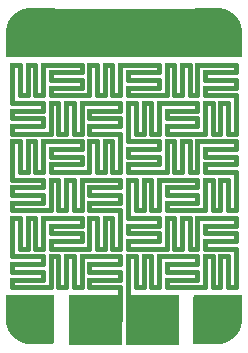
<source format=gtl>
%FSTAX44Y44*%
%MOMM*%
%SFA1B1*%

%IPPOS*%
%ADD13R,3.999992X4.199992*%
%ADD14C,4.119992*%
%ADD15C,0.449999*%
%ADD16R,12.789174X4.132092*%
%ADD17R,1.306497X4.199992*%
%ADD18R,0.721299X4.132092*%
%ADD19R,4.132092X0.721299*%
%ADD20R,0.449999X0.449999*%
%ADD21R,0.449999X0.449999*%
%ADD22R,0.449999X0.449999*%
%ADD23R,0.449899X2.010296*%
%ADD24R,1.306497X4.210292*%
%LNpcb1-1*%
%LPD*%
G36*
X00885859Y00281684D02*
X00886663Y00280611D01*
Y00276111*
X0088671Y00275877*
Y00274345*
X00886663Y00274111*
Y00269611*
X00886862Y00268611*
X00886663Y00267611*
Y00263111*
X0088671Y00262877*
Y00261345*
X00886663Y00261112*
Y00256611*
X00886862Y00255611*
X00886663Y00254611*
Y00250111*
X0088671Y00249877*
Y00248345*
X00886663Y00248111*
Y00243611*
X00887052Y0024166*
X0088707Y00241633*
X00886391Y00240363*
X00865109*
X00861117Y00241157*
X00857357Y00242715*
X00853973Y00244976*
X00851095Y00247854*
X00848834Y00251238*
X00847277Y00254998*
X00846482Y0025899*
Y00281684*
X00885859*
G37*
G36*
X01005164Y00279739D02*
X01006237Y00280543D01*
X01010737*
X01010972Y0028059*
X01012503*
X01012737Y00280543*
X01017237*
X01018237Y00280742*
X01019237Y00280543*
X01023737*
X01023972Y0028059*
X01025503*
X01025737Y00280543*
X01030237*
X01031237Y00280742*
X01032237Y00280543*
X01036737*
X01036972Y0028059*
X01038503*
X01038737Y00280543*
X01043237*
X01045188Y00280931*
X01045215Y00280949*
X01046485Y0028027*
Y00258989*
X01045691Y00254997*
X01044134Y00251237*
X01041873Y00247853*
X01038995Y00244975*
X01035611Y00242714*
X0103185Y00241156*
X01027859Y00240362*
X01005164*
Y00279739*
G37*
G36*
X00887801Y00484951D02*
X00886728Y00484147D01*
X00882228*
X00881994Y004841*
X00880462*
X00880228Y00484147*
X00875728*
X00874728Y00483948*
X00873728Y00484147*
X00869228*
X00868994Y004841*
X00867462*
X00867228Y00484147*
X00862728*
X00861728Y00483948*
X00860728Y00484147*
X00856228*
X00855994Y004841*
X00854462*
X00854228Y00484147*
X00849728*
X00847777Y00483759*
X0084775Y00483741*
X0084648Y0048442*
Y00505701*
X00847274Y00509693*
X00848832Y00513453*
X00851093Y00516837*
X00853971Y00519715*
X00857355Y00521977*
X00861115Y00523534*
X00865107Y00524328*
X00887801*
Y00484951*
G37*
G36*
X01007108Y00483007D02*
X01006303Y0048408D01*
Y0048858*
X01006257Y00488814*
Y00490347*
X01006303Y0049058*
Y0049508*
X01006104Y0049608*
X01006303Y0049708*
Y0050158*
X01006257Y00501814*
Y00503346*
X01006303Y0050358*
Y0050808*
X01006104Y0050908*
X01006303Y0051008*
Y0051458*
X01006257Y00514814*
Y00516346*
X01006303Y0051658*
Y00521081*
X01005915Y00523031*
X01005897Y00523058*
X01006576Y00524328*
X01027858*
X01031849Y00523534*
X0103561Y00521976*
X01038994Y00519715*
X01041872Y00516837*
X01044133Y00513453*
X0104569Y00509693*
X01046484Y00505701*
Y00483007*
X01007108*
G37*
G54D13*
X00919463Y00260685D03*
X00973503D03*
G54D14*
X00867144Y00261025D03*
X01025824Y00261024D03*
X01025823Y00503666D03*
X00867142D03*
G54D15*
X01040983Y00288288D02*
Y00314288D01*
X01034483Y00288288D02*
X01040983D01*
X01034483D02*
Y00314288D01*
X01040983D02*
Y00320788D01*
X01027983Y00288288D02*
Y00314288D01*
X01021483Y00288288D02*
Y00314288D01*
X01014984Y00288288D02*
Y00314288D01*
X01021483Y00288288D02*
X01027983D01*
Y00314288D02*
X01034483D01*
X01014984D02*
X01021483D01*
X01014984Y00320788D02*
X01040983D01*
X01014984Y00327288D02*
X01040983D01*
X00975983Y00314288D02*
X00982483D01*
X00975983Y00288288D02*
Y00314288D01*
X01008483Y00294788D02*
Y00301288D01*
Y00288288D02*
X01014984D01*
X00962983Y00314288D02*
X00969483D01*
X00949983Y00307788D02*
Y00314288D01*
X00956483Y00288288D02*
Y00314288D01*
X00962983Y00288288D02*
Y00314288D01*
X00969483Y00288288D02*
Y00314288D01*
X00949983Y00288288D02*
Y00314288D01*
X00956483*
Y00288288D02*
X00962983D01*
X00949983Y00294788D02*
Y00301288D01*
X01008483Y00307788D02*
Y00314288D01*
X00982483Y00294788D02*
X01008483D01*
X00982483Y00301288D02*
X01008483D01*
X00982483Y00307788D02*
X01008483D01*
X00982483Y00288288D02*
X01008483D01*
X00982483Y00314288D02*
X01008483D01*
X00982483Y00301288D02*
Y00307788D01*
Y00288288D02*
Y00294788D01*
X00916983Y00288288D02*
X00942983D01*
Y00260288D02*
Y00288288D01*
Y00281788D02*
Y00288288D01*
X00916983D02*
Y00294788D01*
X01014984Y00320788D02*
Y00327288D01*
X01001983Y00320788D02*
X01008483D01*
X00988983D02*
X00995483D01*
X00949983Y00327288D02*
X00975983D01*
X00949983Y00320788D02*
X00975983D01*
X00949983D02*
Y00327288D01*
X00975983Y00320788D02*
X00982483D01*
X00851983Y00314288D02*
Y00320788D01*
Y00288288D02*
X00877983D01*
X00851983D02*
Y00294788D01*
X00877983*
Y00301288*
X00884483Y00288288D02*
Y00314288D01*
X00890983Y00288288D02*
X00897483D01*
X00890983D02*
Y00314288D01*
X00897483Y00288288D02*
Y00314288D01*
X00884483D02*
X00890983D01*
X00851983D02*
X00877983D01*
X00851983Y00301288D02*
Y00307788D01*
X00877983*
X00851983Y00301288D02*
X00877983D01*
Y00307788D02*
Y00314288D01*
X00910483Y00288288D02*
Y00314288D01*
X00903983Y00288288D02*
X00910483D01*
X00903983D02*
Y00314288D01*
X00897483D02*
X00903983D01*
X00877983Y00288288D02*
X00884483D01*
X00910483Y00314288D02*
X00916983D01*
Y00307788D02*
X00942983D01*
X00916983Y00314288D02*
X00942983D01*
X00916983Y00294788D02*
X00942983D01*
X00916983Y00301288D02*
X00942983D01*
X00916983D02*
Y00307788D01*
X00942983Y00294788D02*
Y00301288D01*
Y00307788D02*
Y00314288D01*
X00851983Y00346788D02*
X00858483D01*
X00877983D02*
X00884483D01*
X00864983D02*
X00871483D01*
X00942983Y00320788D02*
Y00346788D01*
X00936483Y00320788D02*
X00942983D01*
X00936483D02*
Y00346788D01*
X00929983D02*
X00936483D01*
X00942983Y00320788D02*
Y00327288D01*
Y00333788D02*
Y00340288D01*
X00910483Y00327288D02*
Y00333788D01*
Y00320788D02*
X00916983D01*
X00910483Y00340288D02*
Y00346788D01*
X00916983Y00320788D02*
Y00346788D01*
X00923483*
Y00320788D02*
X00929983D01*
X00923483D02*
Y00346788D01*
X00929983Y00320788D02*
Y00346788D01*
X00884483Y00320788D02*
Y00327288D01*
Y00346788D02*
X00910483D01*
X00884483Y00327288D02*
X00910483D01*
X00884483Y00333788D02*
X00910483D01*
X00884483Y00340288D02*
X00910483D01*
X00884483Y00333788D02*
Y00340288D01*
Y00320788D02*
X00910483D01*
X00871483D02*
X00877983D01*
Y00346788*
X00851983Y00320788D02*
Y00346788D01*
X00871483Y00320788D02*
Y00346788D01*
X00864983Y00320788D02*
Y00346788D01*
X00858483Y00320788D02*
Y00346788D01*
Y00320788D02*
X00864983D01*
X01040983Y00392288D02*
Y00398788D01*
X01027983Y00353288D02*
Y00379288D01*
X01034483Y00353288D02*
Y00379288D01*
X01014984Y00411788D02*
X01040983D01*
X01014984Y00398788D02*
X01040983D01*
X01014984Y00405288D02*
X01040983D01*
X01014984Y00398788D02*
Y00405288D01*
X01040983D02*
Y00411788D01*
Y00340288D02*
Y00346788D01*
Y00327288D02*
Y00333788D01*
X01014984Y00346788D02*
X01040983D01*
X01014984Y00340288D02*
X01040983D01*
X01014984Y00333788D02*
X01040983D01*
Y00379288D02*
Y00385788D01*
X01014984Y00392288D02*
X01040983D01*
X01014984Y00385788D02*
X01040983D01*
X01014984D02*
Y00392288D01*
X01014984Y00379288D02*
X01021483D01*
X01027983D02*
X01034483D01*
X01008483Y00411788D02*
X01014984D01*
X01008483Y00385788D02*
Y00411788D01*
X01001983Y00385788D02*
Y00411788D01*
X00995483D02*
X01001983D01*
X00975983Y00405288D02*
Y00411788D01*
X00949983D02*
X00975983D01*
X00949983Y00405288D02*
X00975983D01*
X00949983Y00398788D02*
X00975983D01*
X00949983Y00392288D02*
X00975983D01*
Y00398788*
X00942983Y00346788D02*
Y00353288D01*
X00969483D02*
Y00379288D01*
X00962983Y00353288D02*
Y00379288D01*
X00956483Y00353288D02*
Y00379288D01*
X00975983Y00353288D02*
Y00379288D01*
X00949983Y00353288D02*
Y00379288D01*
X00969483Y00353288D02*
X00975983D01*
X00956483D02*
X00962983D01*
X00949983Y00372788D02*
Y00379288D01*
Y00359788D02*
Y00366288D01*
X00982483Y00385788D02*
Y00411788D01*
X00988983Y00385788D02*
Y00411788D01*
X00995483Y00385788D02*
Y00411788D01*
X00982483D02*
X00988983D01*
X00949983Y00346788D02*
Y00353288D01*
X00982483D02*
X01008483D01*
X00975983Y00385788D02*
X00982483D01*
X00988983D02*
X00995483D01*
X01001983D02*
X01008483D01*
X00975983Y00379288D02*
X00982483D01*
X01008483*
X00949983Y00398788D02*
Y00405288D01*
Y00385788D02*
Y00392288D01*
X00942983Y00385788D02*
Y00392288D01*
Y00385788D02*
Y00411788D01*
Y00398788D02*
Y00405288D01*
X00916983Y00366288D02*
Y00372788D01*
X00910483Y00353288D02*
Y00379288D01*
X00903983Y00353288D02*
Y00379288D01*
Y00353288D02*
X00910483D01*
X00916983D02*
Y00359788D01*
Y00353288D02*
X00942983D01*
X00949983Y00385788D02*
X00975983D01*
X00936483D02*
X00942983D01*
X00923483D02*
X00929983D01*
X00962983Y00379288D02*
X00969483D01*
X00949983D02*
X00956483D01*
X00942983Y00372788D02*
Y00379288D01*
Y00359788D02*
Y00366288D01*
X00877983Y00372788D02*
Y00379288D01*
X00884483D02*
X00890983D01*
X00884483Y00385788D02*
X00910483D01*
X00916983*
X00897483Y00379288D02*
X00903983D01*
X00910483D02*
X00916983D01*
X00942983*
X00916983Y00372788D02*
X00942983D01*
X00916983Y00366288D02*
X00942983D01*
X00916983Y00359788D02*
X00942983D01*
X00851983D02*
X00877983D01*
X00851983Y00366288D02*
X00877983D01*
X00851983Y00372788D02*
X00877983D01*
X00851983Y00353288D02*
X00877983D01*
X00851983Y00379288D02*
X00877983D01*
X00851983Y00353288D02*
Y00359788D01*
Y00366288D02*
Y00372788D01*
X00877983Y00359788D02*
Y00366288D01*
Y00353288D02*
X00884483D01*
Y00379288*
X00890983Y00353288D02*
Y00379288D01*
X00897483Y00353288D02*
Y00379288D01*
X00890983Y00353288D02*
X00897483D01*
X01014984Y00476788D02*
X01040983D01*
X01014984Y00463788D02*
X01040983D01*
X01014984Y00470288D02*
X01040983D01*
X01014984Y00450788D02*
Y00457288D01*
Y00463788D02*
Y00470288D01*
X01040983Y00457288D02*
Y00463788D01*
Y00470288D02*
Y00476788D01*
X00982484D02*
X00988984D01*
X00949984Y00450788D02*
Y00457288D01*
Y00450788D02*
X00975983D01*
X00949984Y00463788D02*
X00975983D01*
X00949984Y00457288D02*
X00975983D01*
Y00463788*
X01040983Y00444288D02*
Y00450788D01*
X00949984Y00463788D02*
Y00470288D01*
X00942983Y00463788D02*
Y00470288D01*
X00962983Y00444288D02*
X00969483D01*
Y00418288D02*
Y00444288D01*
X00962983Y00418288D02*
Y00444288D01*
X00975983Y00418288D02*
Y00444288D01*
X00982484*
Y00431288D02*
Y00437788D01*
X01008483D02*
Y00444288D01*
Y00424788D02*
Y00431288D01*
X00916983Y00450788D02*
Y00476788D01*
X00936483Y00450788D02*
Y00476788D01*
X00929983Y00450788D02*
Y00476788D01*
X00923483Y00450788D02*
Y00476788D01*
X00916983Y00431288D02*
Y00437788D01*
Y00444288D02*
X00942983D01*
X00916983Y00437788D02*
X00942983D01*
X00916983Y00431288D02*
X00942983D01*
X00916983Y00424788D02*
X00942983D01*
X00982484D02*
X01008483D01*
X00982484Y00437788D02*
X01008483D01*
X00982484Y00431288D02*
X01008483D01*
X00995483Y00476788D02*
X01001983D01*
X01008483Y00450788D02*
Y00476788D01*
X01001983Y00450788D02*
X01008483D01*
X00982484D02*
Y00476788D01*
X00988984Y00450788D02*
Y00476788D01*
X00995483Y00450788D02*
Y00476788D01*
X01001983Y00450788D02*
Y00476788D01*
X00988984Y00450788D02*
X00995483D01*
X00975983D02*
X00982484D01*
X01008483Y00476788D02*
X01014984D01*
X00969483Y00418288D02*
X00975983D01*
X01008483Y00320788D02*
Y00346788D01*
X01001983Y00320788D02*
Y00346788D01*
X00995483Y00320788D02*
Y00346788D01*
X00988983Y00320788D02*
Y00346788D01*
X00982483Y00320788D02*
Y00346788D01*
X01014984Y00333788D02*
Y00340288D01*
X00995483Y00346788D02*
X01001983D01*
X00982483D02*
X00988983D01*
X01008483D02*
X01014984D01*
X00949983Y00333788D02*
Y00340288D01*
X00975983Y00327288D02*
Y00333788D01*
Y00340288D02*
Y00346788D01*
X00949983Y00333788D02*
X00975983D01*
X00949983Y00340288D02*
X00975983D01*
X00949983Y00346788D02*
X00975983D01*
X00982483Y00366288D02*
Y00372788D01*
Y00353288D02*
Y00359788D01*
Y00372788D02*
X01008483D01*
X00982483Y00366288D02*
X01008483D01*
X00982483Y00359788D02*
X01008483D01*
Y00372788D02*
Y00379288D01*
Y00359788D02*
Y00366288D01*
Y00353288D02*
X01014984D01*
X01021483D02*
X01027983D01*
X01034483D02*
X01040983D01*
X01014984D02*
Y00379288D01*
X01040983Y00353288D02*
Y00379288D01*
X01021483Y00353288D02*
Y00379288D01*
X00884483Y00411788D02*
X00910483D01*
Y00405288D02*
Y00411788D01*
X00929983D02*
X00936483D01*
X00916983D02*
X00923483D01*
X00858483Y00385788D02*
Y00411788D01*
Y00385788D02*
X00864983D01*
X00871483D02*
X00877983D01*
X00864983D02*
Y00411788D01*
X00871483Y00385788D02*
Y00411788D01*
X00877983Y00385788D02*
Y00411788D01*
X00864983D02*
X00871483D01*
X00851983Y00385788D02*
Y00411788D01*
X00858483*
X00877983D02*
X00884483D01*
Y00398788D02*
Y00405288D01*
Y00385788D02*
Y00392288D01*
Y00405288D02*
X00910483D01*
X00884483Y00398788D02*
X00910483D01*
X00884483Y00392288D02*
X00910483D01*
Y00398788*
X00916983Y00385788D02*
Y00411788D01*
X00936483Y00385788D02*
Y00411788D01*
X00929983Y00385788D02*
Y00411788D01*
X00923483Y00385788D02*
Y00411788D01*
X00851983Y00379288D02*
Y00385788D01*
Y00450788D02*
Y00476788D01*
X00858483Y00450788D02*
Y00476788D01*
X00864983Y00450788D02*
Y00476788D01*
X00871483Y00450788D02*
Y00476788D01*
X00851983D02*
X00858483D01*
X00864983D02*
X00871483D01*
X01014984Y00457288D02*
X01040983D01*
X00851983Y00444288D02*
Y00450788D01*
Y00418288D02*
Y00424788D01*
X00877983Y00418288D02*
X00884483D01*
X00903983D02*
Y00444288D01*
X00897483Y00418288D02*
Y00444288D01*
X00890983Y00418288D02*
Y00444288D01*
X00884483Y00418288D02*
Y00444288D01*
X00890983Y00418288D02*
X00897483D01*
X00949983Y00260288D02*
Y00288288D01*
X00903983Y00418288D02*
X00910483D01*
X00916983D02*
Y00424788D01*
Y00418288D02*
X00942983D01*
X00851983D02*
X00877983D01*
X01014984Y00450788D02*
X01040983D01*
X01008483Y00418288D02*
X01014984D01*
X00949983Y00411788D02*
Y00418288D01*
X00929983Y00476788D02*
X00936483D01*
X00942983Y00411788D02*
Y00418288D01*
X00916983Y00476788D02*
X00923483D01*
X00942983Y00450788D02*
Y00476788D01*
X00910483Y00418288D02*
Y00444288D01*
X00956483Y00418288D02*
X00962983D01*
X00982484D02*
Y00424788D01*
Y00444288D02*
X01008483D01*
X00982484Y00418288D02*
X01008483D01*
X01040983D02*
Y00444288D01*
X01014984D02*
X01021484D01*
Y00418288D02*
X01027983D01*
X01034483D02*
X01040983D01*
X01014984D02*
Y00444288D01*
X01021484Y00418288D02*
Y00444288D01*
X01027983Y00418288D02*
Y00444288D01*
X01034483Y00418288D02*
Y00444288D01*
X01027983D02*
X01034483D01*
X00969483Y00288288D02*
X00975983D01*
X00858483Y00450788D02*
X00864983D01*
X00871483D02*
X00877983D01*
X00884483Y00463788D02*
Y00470288D01*
Y00450788D02*
Y00457288D01*
Y00470288D02*
X00910483D01*
X00884483Y00463788D02*
X00910483D01*
X00884483Y00457288D02*
X00910483D01*
X00884483Y00450788D02*
X00910483D01*
X00916983*
X00936483D02*
X00942983D01*
Y00457288*
X00923483Y00450788D02*
X00929983D01*
X00942983Y00437788D02*
Y00444288D01*
Y00424788D02*
Y00431288D01*
X00877983Y00450788D02*
Y00476788D01*
X00884483*
X00910483*
Y00470288D02*
Y00476788D01*
Y00457288D02*
Y00463788D01*
X00851983Y00431288D02*
Y00437788D01*
X00877983Y00424788D02*
Y00431288D01*
Y00437788D02*
Y00444288D01*
X00851983Y00424788D02*
X00877983D01*
X00851983Y00431288D02*
X00877983D01*
X00851983Y00437788D02*
X00877983D01*
X00851983Y00444288D02*
X00877983D01*
X00897483D02*
X00903983D01*
X00884483D02*
X00890983D01*
X00910483D02*
X00916983D01*
X00949983D02*
X00956483D01*
Y00418288D02*
Y00444288D01*
X00949983Y00418288D02*
Y00444288D01*
Y00437788D02*
Y00444288D01*
Y00424788D02*
Y00431288D01*
X00949984Y00476788D02*
X00975983D01*
X00949984Y00470288D02*
X00975983D01*
Y00476788*
X00943483D02*
X00949984D01*
G54D16*
X00948429Y00503668D03*
G54D17*
X00954255Y00260685D03*
G54D18*
X00884198Y00261023D03*
X01008769Y00503668D03*
G54D19*
X01025825Y00278078D03*
X00867141Y00486612D03*
G54D20*
X01034489Y00314276D03*
D03*
X01021488D03*
X01014988D03*
X01021488D03*
X01014988D03*
X01040989D03*
D03*
X01034489Y00288276D03*
X00975989Y00314276D03*
X01027989D03*
D03*
X00949988Y00288276D03*
D03*
X00956488D03*
X00949988D03*
X00962989D03*
X01014988D03*
D03*
X01008489D03*
X01027989D03*
X01014988D03*
X01021488D03*
X01014988D03*
D03*
D03*
X01008489D03*
X00962989Y00314276D03*
D03*
X00956488D03*
X00949988D03*
D03*
X00969489D03*
D03*
X00956488D03*
X01040989Y00288276D03*
X00982488Y00314276D03*
X00975989Y00320777D03*
X00982488D03*
X00975989D03*
X00982488D03*
X01008489D03*
X01001989D03*
X00995489D03*
X00982488D03*
X00988988D03*
X01040989Y00379276D03*
D03*
X01014989Y00411777D03*
Y00346776D03*
X01021489Y00353277D03*
X01014989D03*
X01027989D03*
X01034489D03*
X01040989D03*
X01021489Y00379276D03*
X01014989D03*
X01021489D03*
X01014989D03*
X01027989D03*
X01034489D03*
X01027989D03*
X01034489D03*
X01008489Y00411777D03*
X00995489D03*
X01001989D03*
X00995489D03*
X01001989D03*
X00988989D03*
X00982489D03*
X00988989D03*
X00982489D03*
X01008489D03*
Y00353277D03*
X01014989D03*
X01008489D03*
X01014989D03*
D03*
D03*
D03*
X00988989Y00385777D03*
X00995489D03*
X01001989D03*
X01008489D03*
X00949988Y00353277D03*
D03*
X00975989D03*
X00969489D03*
X00962989D03*
X00949988D03*
X00956488D03*
X00982489Y00385777D03*
D03*
X00975989D03*
X00982489D03*
X00975989D03*
X00982489Y00379277D03*
X00975989D03*
X00969489D03*
X00962989D03*
X00969489D03*
X00962989D03*
X00975989D03*
X00949988D03*
X00956488D03*
X00949988D03*
X00956488D03*
X01014989Y00476777D03*
X00982489D03*
X00988989D03*
X00982489D03*
X01008489Y00450777D03*
X01021489Y00444277D03*
D03*
X01014989D03*
X01027989D03*
X01034489D03*
X01027989D03*
X01034489D03*
X00949989Y00476777D03*
X00943489D03*
X00949989D03*
X00969489Y00444277D03*
X00962989D03*
X00969489D03*
X00962989D03*
X00975989D03*
D03*
X01014989D03*
X00995489Y00450777D03*
X01001989D03*
X00982489Y00444277D03*
X00988989Y00476777D03*
X00995489D03*
X01001989D03*
X00995489D03*
X01001989D03*
X00988989Y00450777D03*
X00982489D03*
D03*
X00975989D03*
X00982489D03*
X00975989D03*
X01008489Y00476777D03*
D03*
X00956489Y00444277D03*
X00949989D03*
X00956489D03*
X01008489Y00346776D03*
X01001989D03*
X00995489D03*
X01001989D03*
X00995489D03*
X00982488D03*
X00988988D03*
X00982488D03*
X00988988D03*
X01008489D03*
X01040989Y00444277D03*
Y00418277D03*
Y00444277D03*
X00949989Y00418277D03*
D03*
D03*
X00975989Y00288276D03*
Y00314276D03*
X00962989Y00418277D03*
X00956489D03*
X01008489D03*
D03*
X00969489Y00288276D03*
X00975989Y00418277D03*
X00969489D03*
X01014989D03*
D03*
D03*
X01021489D03*
X01014989D03*
X01027989D03*
X01034489D03*
X01014989D03*
D03*
X00949989Y00444277D03*
X00943489Y00476777D03*
G54D21*
X01014995Y00288293D03*
D03*
X01008472Y00314283D03*
D03*
X01040972Y00327283D03*
X00982472Y00301282D03*
Y00314283D03*
Y00307783D03*
Y00294782D03*
X01008472Y00307783D03*
Y00301282D03*
D03*
Y00307783D03*
X00949972Y00288283D03*
X01008472D03*
D03*
X00949972Y00314283D03*
D03*
X00949994Y00288293D03*
X00949972Y00307783D03*
D03*
Y00294782D03*
Y00301282D03*
Y00294782D03*
Y00301282D03*
X01008472Y00294782D03*
D03*
X00916972Y00288283D03*
X00982494Y00320793D03*
X01014972Y00327283D03*
Y00320783D03*
X00942995Y00327293D03*
Y00320793D03*
Y00327293D03*
Y00320793D03*
X00975972Y00320783D03*
Y00327283D03*
D03*
X00949972Y00320783D03*
Y00327283D03*
X00851994Y00314293D03*
Y00320793D03*
Y00314293D03*
X00877972Y00301283D03*
Y00294783D03*
Y00301283D03*
Y00294783D03*
X00851972Y00288283D03*
X00877972D03*
X00851972Y00307783D03*
Y00294783D03*
Y00301283D03*
X00884494Y00288293D03*
X00877972Y00314283D03*
Y00307783D03*
Y00314283D03*
Y00307783D03*
X00916972Y00294782D03*
Y00301282D03*
Y00314283D03*
Y00307783D03*
X00942972Y00301282D03*
Y00294782D03*
Y00314283D03*
Y00307783D03*
Y00346783D03*
D03*
D03*
X00910495Y00327293D03*
Y00320793D03*
Y00333793D03*
Y00340293D03*
Y00346793D03*
X00884494D03*
Y00327293D03*
Y00320793D03*
Y00327293D03*
Y00320793D03*
Y00333793D03*
Y00346793D03*
Y00340293D03*
Y00333793D03*
Y00340293D03*
X00877972Y00346783D03*
D03*
X01040972Y00398783D03*
Y00392283D03*
Y00411783D03*
Y00405283D03*
Y00340283D03*
Y00346783D03*
Y00333782D03*
X01040995Y00320793D03*
X01014972Y00385783D03*
Y00392283D03*
Y00398783D03*
Y00411783D03*
Y00405283D03*
X00975972D03*
Y00411783D03*
Y00405283D03*
Y00411783D03*
Y00398783D03*
Y00392283D03*
Y00398783D03*
X00942972Y00353283D03*
D03*
X00982495Y00385793D03*
X01008472Y00372783D03*
Y00379283D03*
Y00372783D03*
Y00379283D03*
Y00366283D03*
Y00359783D03*
Y00366283D03*
Y00359783D03*
X00949972Y00353283D03*
D03*
X01008472D03*
D03*
X01014995Y00353293D03*
D03*
X00975972Y00392283D03*
X00942995Y00385793D03*
Y00392293D03*
X00942972Y00411783D03*
X00949972D03*
X00942972D03*
D03*
X00942995Y00405293D03*
D03*
X00949972Y00411783D03*
X00942972D03*
D03*
X00942995Y00385793D03*
Y00398793D03*
D03*
Y00392293D03*
X00851994Y00379293D03*
D03*
X00877972Y00353283D03*
Y00359783D03*
Y00366283D03*
Y00359783D03*
Y00366283D03*
Y00379283D03*
Y00372783D03*
Y00379283D03*
Y00372783D03*
X00916972D03*
Y00379283D03*
Y00366283D03*
Y00359783D03*
Y00353283D03*
X00942995Y00340293D03*
Y00333793D03*
D03*
Y00340293D03*
X00949994Y00353293D03*
X00982472Y00353283D03*
X00949972D03*
X00942995Y00353293D03*
X00975972Y00385783D03*
X00982472Y00372783D03*
Y00379283D03*
Y00366283D03*
Y00359783D03*
X00949972Y00385783D03*
Y00372783D03*
Y00379283D03*
Y00372783D03*
Y00379283D03*
Y00366283D03*
Y00359783D03*
Y00366283D03*
Y00359783D03*
X00884494Y00353293D03*
X00942972Y00372783D03*
Y00379283D03*
Y00359783D03*
Y00366283D03*
X01040972Y00463783D03*
Y00457283D03*
Y00476783D03*
Y00470283D03*
X01014972Y00457283D03*
Y00463783D03*
X00975972D03*
Y00457283D03*
Y00463783D03*
Y00457283D03*
X01014972Y00450783D03*
X00949972D03*
X00975972D03*
X00942995Y00470293D03*
X00949972Y00463783D03*
Y00457283D03*
X00942995Y00463793D03*
Y00470293D03*
Y00463793D03*
Y00457293D03*
D03*
X00982472Y00437783D03*
Y00444283D03*
Y00431283D03*
Y00424783D03*
X01008472D03*
D03*
X01014995Y00418293D03*
D03*
X00942972Y00476783D03*
D03*
D03*
X01008472Y00437783D03*
Y00444283D03*
Y00437783D03*
Y00444283D03*
Y00431283D03*
D03*
X00982495Y00450793D03*
X01014972Y00476783D03*
Y00470283D03*
X00942995Y00346793D03*
X00975972Y00333783D03*
Y00346783D03*
Y00340283D03*
Y00346783D03*
Y00340283D03*
X00949972Y00333783D03*
Y00340283D03*
Y00346783D03*
D03*
X00982472Y00288283D03*
X01014972Y00340283D03*
Y00346783D03*
X00949994Y00346793D03*
D03*
X00975972Y00333783D03*
X00851972Y00353283D03*
Y00359783D03*
Y00366283D03*
Y00372783D03*
X00949972Y00411783D03*
D03*
Y00405283D03*
Y00398783D03*
X00949995Y00411793D03*
X00949972Y00392283D03*
X00949995Y00411793D03*
X01040995Y00385793D03*
X00884494Y00405293D03*
D03*
X00910495D03*
X00877972Y00411783D03*
D03*
X00851994Y00385793D03*
X00884494Y00398793D03*
D03*
Y00385793D03*
Y00392293D03*
Y00385793D03*
Y00392293D03*
X00942995Y00411793D03*
X00884494D03*
X00910495D03*
Y00398793D03*
Y00385793D03*
Y00392293D03*
X00884494Y00411793D03*
X01040995Y00450793D03*
X00884495Y00476793D03*
X00910495D03*
X00949995D03*
D03*
X00942995D03*
X00884495D03*
X00877972Y00418283D03*
X00851972Y00424783D03*
Y00431283D03*
X00942972Y00418283D03*
D03*
X00851972D03*
Y00437783D03*
X00949972Y00418283D03*
X00942995Y00288293D03*
X00949972Y00418283D03*
X01014972Y00333782D03*
X00982472Y00418283D03*
X01008472D03*
D03*
X00916972D03*
X00949972D03*
X00910495Y00450793D03*
X00916972Y00437783D03*
Y00444283D03*
Y00431283D03*
Y00424783D03*
X00942995Y00450793D03*
D03*
Y00418293D03*
X00942972Y00437783D03*
Y00444283D03*
Y00424783D03*
Y00431283D03*
X00884495Y00450793D03*
D03*
X00877972Y00424783D03*
Y00431283D03*
Y00424783D03*
Y00431283D03*
Y00444283D03*
Y00437783D03*
Y00444283D03*
Y00437783D03*
X00884494Y00418293D03*
X00877972Y00476783D03*
D03*
X00884495Y00470293D03*
Y00463793D03*
Y00470293D03*
Y00463793D03*
Y00457293D03*
D03*
X00910495Y00470293D03*
Y00463793D03*
Y00457293D03*
X00851994Y00444293D03*
Y00450793D03*
Y00444293D03*
X00949995Y00418293D03*
X00949972Y00437783D03*
Y00444283D03*
Y00437783D03*
Y00444283D03*
Y00431283D03*
Y00424783D03*
Y00431283D03*
Y00424783D03*
Y00476783D03*
D03*
Y00470283D03*
X00975972D03*
Y00476783D03*
Y00470283D03*
Y00476783D03*
X00942995Y00283293D03*
G54D22*
X00923478Y00320799D03*
X00929978D03*
X00942978D03*
X00851988Y00320777D03*
X00884488Y00288276D03*
X00890988D03*
X00897488D03*
X00903988D03*
X00884488D03*
D03*
X00890988Y00314276D03*
X00884488D03*
X00890988D03*
X00884488D03*
X00897488D03*
X00903988D03*
X00897488D03*
X00903988D03*
X00877988Y00288276D03*
X00910488D03*
X00877988D03*
X00910488Y00314276D03*
D03*
X00916989D03*
X00864978Y00320799D03*
X00942978Y00346799D03*
D03*
X00916978D03*
X00923478D03*
X00929978D03*
X00942978D03*
X00936478D03*
Y00320799D03*
X00942978D03*
X00936478D03*
X00916978D03*
D03*
X00923478D03*
X00929978D03*
X00910478D03*
X00871478D03*
X00877978D03*
X00871478D03*
X00877978D03*
X00858478D03*
X00864978D03*
X00858478D03*
X00942978Y00385799D03*
D03*
X00851988Y00385777D03*
X00910489Y00379277D03*
X00903988D03*
D03*
X00910489Y00353277D03*
X00903988D03*
X00910489Y00379277D03*
X00884488D03*
X00877988Y00353277D03*
X00884488D03*
Y00379277D03*
Y00353277D03*
X00916989Y00379277D03*
X00851978Y00320799D03*
X00871478Y00346799D03*
X00864978D03*
X00858478D03*
X00851978D03*
Y00320799D03*
X00877978Y00346799D03*
X00884478D03*
D03*
X00877978D03*
D03*
D03*
D03*
D03*
X00877988Y00353277D03*
X00884488D03*
X00897488Y00379277D03*
D03*
X00890989D03*
D03*
X00897488Y00353277D03*
X00890989D03*
X00923478Y00450799D03*
X00864978Y00385799D03*
D03*
X00877978D03*
X00871478D03*
X00877978D03*
X00871478D03*
X00858478D03*
D03*
X00910478D03*
X00936478D03*
D03*
X00929978D03*
X00923478D03*
X00929978D03*
X00923478D03*
X00936478Y00411799D03*
X00942978D03*
X00929978D03*
X00923478D03*
X00942978D03*
D03*
X00851978Y00385799D03*
Y00411799D03*
Y00385799D03*
X00916978D03*
Y00411799D03*
Y00385799D03*
X00858478Y00411799D03*
X00877978D03*
D03*
X00864978D03*
X00877978D03*
X00871478D03*
X00877978D03*
D03*
X00884478D03*
X00877978D03*
X00884478D03*
X00942978Y00476799D03*
X00929978D03*
X00923478D03*
X00942978D03*
D03*
X00851978D03*
X00877978D03*
X00858478D03*
X00864978D03*
X00877978D03*
X00871478D03*
X00851978Y00450799D03*
X00877978Y00476799D03*
D03*
X00884478D03*
X00877978D03*
X00884478D03*
X00916978D03*
X00877978D03*
X00936478D03*
X00877989Y00418277D03*
X00884489D03*
D03*
D03*
X00890989D03*
X00851978Y00450799D03*
X00877989Y00418277D03*
X00903988D03*
X00910489D03*
X00897488D03*
X00858478Y00450799D03*
X00864978D03*
X00858478D03*
X00864978D03*
X00877978D03*
X00916989Y00444277D03*
X00916978Y00450799D03*
X00910478D03*
X00916978D03*
X00910489Y00444277D03*
D03*
X00936478Y00450799D03*
X00942978D03*
X00936478D03*
X00942978D03*
X00929978D03*
D03*
X00923478D03*
X00871478D03*
X00877978D03*
X00871478D03*
X00884489Y00444277D03*
D03*
X00890989D03*
X00903988D03*
X00897488D03*
X00903988D03*
X00897488D03*
X00890989D03*
X00851989Y00450777D03*
G54D23*
X00949994Y00251736D03*
G54D24*
X00938711Y00260736D03*
M02*
</source>
